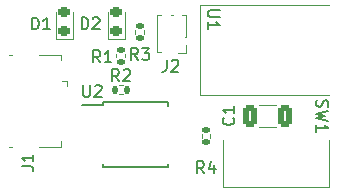
<source format=gto>
G04 #@! TF.GenerationSoftware,KiCad,Pcbnew,7.0.6*
G04 #@! TF.CreationDate,2023-11-30T23:44:17-05:00*
G04 #@! TF.ProjectId,Interruptor,496e7465-7272-4757-9074-6f722e6b6963,1.0*
G04 #@! TF.SameCoordinates,Original*
G04 #@! TF.FileFunction,Legend,Top*
G04 #@! TF.FilePolarity,Positive*
%FSLAX46Y46*%
G04 Gerber Fmt 4.6, Leading zero omitted, Abs format (unit mm)*
G04 Created by KiCad (PCBNEW 7.0.6) date 2023-11-30 23:44:17*
%MOMM*%
%LPD*%
G01*
G04 APERTURE LIST*
G04 Aperture macros list*
%AMRoundRect*
0 Rectangle with rounded corners*
0 $1 Rounding radius*
0 $2 $3 $4 $5 $6 $7 $8 $9 X,Y pos of 4 corners*
0 Add a 4 corners polygon primitive as box body*
4,1,4,$2,$3,$4,$5,$6,$7,$8,$9,$2,$3,0*
0 Add four circle primitives for the rounded corners*
1,1,$1+$1,$2,$3*
1,1,$1+$1,$4,$5*
1,1,$1+$1,$6,$7*
1,1,$1+$1,$8,$9*
0 Add four rect primitives between the rounded corners*
20,1,$1+$1,$2,$3,$4,$5,0*
20,1,$1+$1,$4,$5,$6,$7,0*
20,1,$1+$1,$6,$7,$8,$9,0*
20,1,$1+$1,$8,$9,$2,$3,0*%
G04 Aperture macros list end*
%ADD10C,0.150000*%
%ADD11C,0.120000*%
%ADD12C,0.100000*%
%ADD13R,1.350000X0.400000*%
%ADD14O,1.900000X1.200000*%
%ADD15R,1.900000X1.200000*%
%ADD16C,1.450000*%
%ADD17R,1.900000X1.500000*%
%ADD18C,1.650000*%
%ADD19C,3.200000*%
%ADD20R,0.900000X0.900000*%
%ADD21RoundRect,0.250000X-0.325000X-0.650000X0.325000X-0.650000X0.325000X0.650000X-0.325000X0.650000X0*%
%ADD22RoundRect,0.135000X-0.185000X0.135000X-0.185000X-0.135000X0.185000X-0.135000X0.185000X0.135000X0*%
%ADD23RoundRect,0.218750X0.256250X-0.218750X0.256250X0.218750X-0.256250X0.218750X-0.256250X-0.218750X0*%
%ADD24RoundRect,0.135000X0.185000X-0.135000X0.185000X0.135000X-0.185000X0.135000X-0.185000X-0.135000X0*%
%ADD25R,1.700000X0.650000*%
%ADD26R,0.850000X0.850000*%
%ADD27O,0.850000X0.850000*%
%ADD28RoundRect,0.135000X-0.135000X-0.185000X0.135000X-0.185000X0.135000X0.185000X-0.135000X0.185000X0*%
%ADD29C,1.800000*%
G04 APERTURE END LIST*
D10*
X132779819Y-102470833D02*
X133494104Y-102470833D01*
X133494104Y-102470833D02*
X133636961Y-102518452D01*
X133636961Y-102518452D02*
X133732200Y-102613690D01*
X133732200Y-102613690D02*
X133779819Y-102756547D01*
X133779819Y-102756547D02*
X133779819Y-102851785D01*
X133779819Y-101470833D02*
X133779819Y-102042261D01*
X133779819Y-101756547D02*
X132779819Y-101756547D01*
X132779819Y-101756547D02*
X132922676Y-101851785D01*
X132922676Y-101851785D02*
X133017914Y-101947023D01*
X133017914Y-101947023D02*
X133065533Y-102042261D01*
X149545180Y-89238095D02*
X148735657Y-89238095D01*
X148735657Y-89238095D02*
X148640419Y-89285714D01*
X148640419Y-89285714D02*
X148592800Y-89333333D01*
X148592800Y-89333333D02*
X148545180Y-89428571D01*
X148545180Y-89428571D02*
X148545180Y-89619047D01*
X148545180Y-89619047D02*
X148592800Y-89714285D01*
X148592800Y-89714285D02*
X148640419Y-89761904D01*
X148640419Y-89761904D02*
X148735657Y-89809523D01*
X148735657Y-89809523D02*
X149545180Y-89809523D01*
X148545180Y-90809523D02*
X148545180Y-90238095D01*
X148545180Y-90523809D02*
X149545180Y-90523809D01*
X149545180Y-90523809D02*
X149402323Y-90428571D01*
X149402323Y-90428571D02*
X149307085Y-90333333D01*
X149307085Y-90333333D02*
X149259466Y-90238095D01*
X150709580Y-98346666D02*
X150757200Y-98394285D01*
X150757200Y-98394285D02*
X150804819Y-98537142D01*
X150804819Y-98537142D02*
X150804819Y-98632380D01*
X150804819Y-98632380D02*
X150757200Y-98775237D01*
X150757200Y-98775237D02*
X150661961Y-98870475D01*
X150661961Y-98870475D02*
X150566723Y-98918094D01*
X150566723Y-98918094D02*
X150376247Y-98965713D01*
X150376247Y-98965713D02*
X150233390Y-98965713D01*
X150233390Y-98965713D02*
X150042914Y-98918094D01*
X150042914Y-98918094D02*
X149947676Y-98870475D01*
X149947676Y-98870475D02*
X149852438Y-98775237D01*
X149852438Y-98775237D02*
X149804819Y-98632380D01*
X149804819Y-98632380D02*
X149804819Y-98537142D01*
X149804819Y-98537142D02*
X149852438Y-98394285D01*
X149852438Y-98394285D02*
X149900057Y-98346666D01*
X150804819Y-97394285D02*
X150804819Y-97965713D01*
X150804819Y-97679999D02*
X149804819Y-97679999D01*
X149804819Y-97679999D02*
X149947676Y-97775237D01*
X149947676Y-97775237D02*
X150042914Y-97870475D01*
X150042914Y-97870475D02*
X150090533Y-97965713D01*
X139433333Y-93654819D02*
X139100000Y-93178628D01*
X138861905Y-93654819D02*
X138861905Y-92654819D01*
X138861905Y-92654819D02*
X139242857Y-92654819D01*
X139242857Y-92654819D02*
X139338095Y-92702438D01*
X139338095Y-92702438D02*
X139385714Y-92750057D01*
X139385714Y-92750057D02*
X139433333Y-92845295D01*
X139433333Y-92845295D02*
X139433333Y-92988152D01*
X139433333Y-92988152D02*
X139385714Y-93083390D01*
X139385714Y-93083390D02*
X139338095Y-93131009D01*
X139338095Y-93131009D02*
X139242857Y-93178628D01*
X139242857Y-93178628D02*
X138861905Y-93178628D01*
X140385714Y-93654819D02*
X139814286Y-93654819D01*
X140100000Y-93654819D02*
X140100000Y-92654819D01*
X140100000Y-92654819D02*
X140004762Y-92797676D01*
X140004762Y-92797676D02*
X139909524Y-92892914D01*
X139909524Y-92892914D02*
X139814286Y-92940533D01*
X137861905Y-90854819D02*
X137861905Y-89854819D01*
X137861905Y-89854819D02*
X138100000Y-89854819D01*
X138100000Y-89854819D02*
X138242857Y-89902438D01*
X138242857Y-89902438D02*
X138338095Y-89997676D01*
X138338095Y-89997676D02*
X138385714Y-90092914D01*
X138385714Y-90092914D02*
X138433333Y-90283390D01*
X138433333Y-90283390D02*
X138433333Y-90426247D01*
X138433333Y-90426247D02*
X138385714Y-90616723D01*
X138385714Y-90616723D02*
X138338095Y-90711961D01*
X138338095Y-90711961D02*
X138242857Y-90807200D01*
X138242857Y-90807200D02*
X138100000Y-90854819D01*
X138100000Y-90854819D02*
X137861905Y-90854819D01*
X138814286Y-89950057D02*
X138861905Y-89902438D01*
X138861905Y-89902438D02*
X138957143Y-89854819D01*
X138957143Y-89854819D02*
X139195238Y-89854819D01*
X139195238Y-89854819D02*
X139290476Y-89902438D01*
X139290476Y-89902438D02*
X139338095Y-89950057D01*
X139338095Y-89950057D02*
X139385714Y-90045295D01*
X139385714Y-90045295D02*
X139385714Y-90140533D01*
X139385714Y-90140533D02*
X139338095Y-90283390D01*
X139338095Y-90283390D02*
X138766667Y-90854819D01*
X138766667Y-90854819D02*
X139385714Y-90854819D01*
X133661905Y-90879819D02*
X133661905Y-89879819D01*
X133661905Y-89879819D02*
X133900000Y-89879819D01*
X133900000Y-89879819D02*
X134042857Y-89927438D01*
X134042857Y-89927438D02*
X134138095Y-90022676D01*
X134138095Y-90022676D02*
X134185714Y-90117914D01*
X134185714Y-90117914D02*
X134233333Y-90308390D01*
X134233333Y-90308390D02*
X134233333Y-90451247D01*
X134233333Y-90451247D02*
X134185714Y-90641723D01*
X134185714Y-90641723D02*
X134138095Y-90736961D01*
X134138095Y-90736961D02*
X134042857Y-90832200D01*
X134042857Y-90832200D02*
X133900000Y-90879819D01*
X133900000Y-90879819D02*
X133661905Y-90879819D01*
X135185714Y-90879819D02*
X134614286Y-90879819D01*
X134900000Y-90879819D02*
X134900000Y-89879819D01*
X134900000Y-89879819D02*
X134804762Y-90022676D01*
X134804762Y-90022676D02*
X134709524Y-90117914D01*
X134709524Y-90117914D02*
X134614286Y-90165533D01*
X142633333Y-93454819D02*
X142300000Y-92978628D01*
X142061905Y-93454819D02*
X142061905Y-92454819D01*
X142061905Y-92454819D02*
X142442857Y-92454819D01*
X142442857Y-92454819D02*
X142538095Y-92502438D01*
X142538095Y-92502438D02*
X142585714Y-92550057D01*
X142585714Y-92550057D02*
X142633333Y-92645295D01*
X142633333Y-92645295D02*
X142633333Y-92788152D01*
X142633333Y-92788152D02*
X142585714Y-92883390D01*
X142585714Y-92883390D02*
X142538095Y-92931009D01*
X142538095Y-92931009D02*
X142442857Y-92978628D01*
X142442857Y-92978628D02*
X142061905Y-92978628D01*
X142966667Y-92454819D02*
X143585714Y-92454819D01*
X143585714Y-92454819D02*
X143252381Y-92835771D01*
X143252381Y-92835771D02*
X143395238Y-92835771D01*
X143395238Y-92835771D02*
X143490476Y-92883390D01*
X143490476Y-92883390D02*
X143538095Y-92931009D01*
X143538095Y-92931009D02*
X143585714Y-93026247D01*
X143585714Y-93026247D02*
X143585714Y-93264342D01*
X143585714Y-93264342D02*
X143538095Y-93359580D01*
X143538095Y-93359580D02*
X143490476Y-93407200D01*
X143490476Y-93407200D02*
X143395238Y-93454819D01*
X143395238Y-93454819D02*
X143109524Y-93454819D01*
X143109524Y-93454819D02*
X143014286Y-93407200D01*
X143014286Y-93407200D02*
X142966667Y-93359580D01*
X137988095Y-95574819D02*
X137988095Y-96384342D01*
X137988095Y-96384342D02*
X138035714Y-96479580D01*
X138035714Y-96479580D02*
X138083333Y-96527200D01*
X138083333Y-96527200D02*
X138178571Y-96574819D01*
X138178571Y-96574819D02*
X138369047Y-96574819D01*
X138369047Y-96574819D02*
X138464285Y-96527200D01*
X138464285Y-96527200D02*
X138511904Y-96479580D01*
X138511904Y-96479580D02*
X138559523Y-96384342D01*
X138559523Y-96384342D02*
X138559523Y-95574819D01*
X138988095Y-95670057D02*
X139035714Y-95622438D01*
X139035714Y-95622438D02*
X139130952Y-95574819D01*
X139130952Y-95574819D02*
X139369047Y-95574819D01*
X139369047Y-95574819D02*
X139464285Y-95622438D01*
X139464285Y-95622438D02*
X139511904Y-95670057D01*
X139511904Y-95670057D02*
X139559523Y-95765295D01*
X139559523Y-95765295D02*
X139559523Y-95860533D01*
X139559523Y-95860533D02*
X139511904Y-96003390D01*
X139511904Y-96003390D02*
X138940476Y-96574819D01*
X138940476Y-96574819D02*
X139559523Y-96574819D01*
X145066666Y-93454819D02*
X145066666Y-94169104D01*
X145066666Y-94169104D02*
X145019047Y-94311961D01*
X145019047Y-94311961D02*
X144923809Y-94407200D01*
X144923809Y-94407200D02*
X144780952Y-94454819D01*
X144780952Y-94454819D02*
X144685714Y-94454819D01*
X145495238Y-93550057D02*
X145542857Y-93502438D01*
X145542857Y-93502438D02*
X145638095Y-93454819D01*
X145638095Y-93454819D02*
X145876190Y-93454819D01*
X145876190Y-93454819D02*
X145971428Y-93502438D01*
X145971428Y-93502438D02*
X146019047Y-93550057D01*
X146019047Y-93550057D02*
X146066666Y-93645295D01*
X146066666Y-93645295D02*
X146066666Y-93740533D01*
X146066666Y-93740533D02*
X146019047Y-93883390D01*
X146019047Y-93883390D02*
X145447619Y-94454819D01*
X145447619Y-94454819D02*
X146066666Y-94454819D01*
X148233333Y-103054819D02*
X147900000Y-102578628D01*
X147661905Y-103054819D02*
X147661905Y-102054819D01*
X147661905Y-102054819D02*
X148042857Y-102054819D01*
X148042857Y-102054819D02*
X148138095Y-102102438D01*
X148138095Y-102102438D02*
X148185714Y-102150057D01*
X148185714Y-102150057D02*
X148233333Y-102245295D01*
X148233333Y-102245295D02*
X148233333Y-102388152D01*
X148233333Y-102388152D02*
X148185714Y-102483390D01*
X148185714Y-102483390D02*
X148138095Y-102531009D01*
X148138095Y-102531009D02*
X148042857Y-102578628D01*
X148042857Y-102578628D02*
X147661905Y-102578628D01*
X149090476Y-102388152D02*
X149090476Y-103054819D01*
X148852381Y-102007200D02*
X148614286Y-102721485D01*
X148614286Y-102721485D02*
X149233333Y-102721485D01*
X141033333Y-95254819D02*
X140700000Y-94778628D01*
X140461905Y-95254819D02*
X140461905Y-94254819D01*
X140461905Y-94254819D02*
X140842857Y-94254819D01*
X140842857Y-94254819D02*
X140938095Y-94302438D01*
X140938095Y-94302438D02*
X140985714Y-94350057D01*
X140985714Y-94350057D02*
X141033333Y-94445295D01*
X141033333Y-94445295D02*
X141033333Y-94588152D01*
X141033333Y-94588152D02*
X140985714Y-94683390D01*
X140985714Y-94683390D02*
X140938095Y-94731009D01*
X140938095Y-94731009D02*
X140842857Y-94778628D01*
X140842857Y-94778628D02*
X140461905Y-94778628D01*
X141414286Y-94350057D02*
X141461905Y-94302438D01*
X141461905Y-94302438D02*
X141557143Y-94254819D01*
X141557143Y-94254819D02*
X141795238Y-94254819D01*
X141795238Y-94254819D02*
X141890476Y-94302438D01*
X141890476Y-94302438D02*
X141938095Y-94350057D01*
X141938095Y-94350057D02*
X141985714Y-94445295D01*
X141985714Y-94445295D02*
X141985714Y-94540533D01*
X141985714Y-94540533D02*
X141938095Y-94683390D01*
X141938095Y-94683390D02*
X141366667Y-95254819D01*
X141366667Y-95254819D02*
X141985714Y-95254819D01*
X157792800Y-96866667D02*
X157745180Y-97009524D01*
X157745180Y-97009524D02*
X157745180Y-97247619D01*
X157745180Y-97247619D02*
X157792800Y-97342857D01*
X157792800Y-97342857D02*
X157840419Y-97390476D01*
X157840419Y-97390476D02*
X157935657Y-97438095D01*
X157935657Y-97438095D02*
X158030895Y-97438095D01*
X158030895Y-97438095D02*
X158126133Y-97390476D01*
X158126133Y-97390476D02*
X158173752Y-97342857D01*
X158173752Y-97342857D02*
X158221371Y-97247619D01*
X158221371Y-97247619D02*
X158268990Y-97057143D01*
X158268990Y-97057143D02*
X158316609Y-96961905D01*
X158316609Y-96961905D02*
X158364228Y-96914286D01*
X158364228Y-96914286D02*
X158459466Y-96866667D01*
X158459466Y-96866667D02*
X158554704Y-96866667D01*
X158554704Y-96866667D02*
X158649942Y-96914286D01*
X158649942Y-96914286D02*
X158697561Y-96961905D01*
X158697561Y-96961905D02*
X158745180Y-97057143D01*
X158745180Y-97057143D02*
X158745180Y-97295238D01*
X158745180Y-97295238D02*
X158697561Y-97438095D01*
X158745180Y-97771429D02*
X157745180Y-98009524D01*
X157745180Y-98009524D02*
X158459466Y-98200000D01*
X158459466Y-98200000D02*
X157745180Y-98390476D01*
X157745180Y-98390476D02*
X158745180Y-98628572D01*
X157745180Y-99533333D02*
X157745180Y-98961905D01*
X157745180Y-99247619D02*
X158745180Y-99247619D01*
X158745180Y-99247619D02*
X158602323Y-99152381D01*
X158602323Y-99152381D02*
X158507085Y-99057143D01*
X158507085Y-99057143D02*
X158459466Y-98961905D01*
D11*
X136100000Y-93000000D02*
X136100000Y-93450000D01*
X134250000Y-93000000D02*
X136100000Y-93000000D01*
X131700000Y-93000000D02*
X131950000Y-93000000D01*
X136650000Y-95200000D02*
X136200000Y-95200000D01*
X136650000Y-95200000D02*
X136650000Y-95650000D01*
X136100000Y-100800000D02*
X136100000Y-100350000D01*
X134250000Y-100800000D02*
X136100000Y-100800000D01*
X131700000Y-100800000D02*
X131950000Y-100800000D01*
D12*
X158854500Y-88790000D02*
X149202500Y-88790000D01*
X149202500Y-88790000D02*
X148694500Y-88790000D01*
X148694500Y-88790000D02*
X147932500Y-88790000D01*
X147932500Y-88790000D02*
X147932500Y-96410000D01*
X158854500Y-96410000D02*
X148694500Y-96410000D01*
X147932500Y-96410000D02*
X148694500Y-96410000D01*
D11*
X152888748Y-97290000D02*
X154311252Y-97290000D01*
X152888748Y-99110000D02*
X154311252Y-99110000D01*
X141580000Y-92936359D02*
X141580000Y-93243641D01*
X140820000Y-92936359D02*
X140820000Y-93243641D01*
X140065000Y-91672500D02*
X141535000Y-91672500D01*
X141535000Y-91672500D02*
X141535000Y-89387500D01*
X140065000Y-89387500D02*
X140065000Y-91672500D01*
X135665000Y-91697500D02*
X137135000Y-91697500D01*
X137135000Y-91697500D02*
X137135000Y-89412500D01*
X135665000Y-89412500D02*
X135665000Y-91697500D01*
X142420000Y-91243641D02*
X142420000Y-90936359D01*
X143180000Y-91243641D02*
X143180000Y-90936359D01*
D10*
X139650000Y-97045000D02*
X139650000Y-97250000D01*
X139650000Y-97045000D02*
X145150000Y-97045000D01*
X139650000Y-97250000D02*
X137900000Y-97250000D01*
X139650000Y-102555000D02*
X139650000Y-102255000D01*
X139650000Y-102555000D02*
X145150000Y-102555000D01*
X145150000Y-97045000D02*
X145150000Y-97345000D01*
X145150000Y-102555000D02*
X145150000Y-102255000D01*
D11*
X146710000Y-92885000D02*
X146000000Y-92885000D01*
X146710000Y-92200000D02*
X146710000Y-92885000D01*
X146710000Y-91515000D02*
X146710000Y-89640000D01*
X146710000Y-91515000D02*
X146608276Y-91515000D01*
X146710000Y-89640000D02*
X146394493Y-89640000D01*
X145605507Y-89640000D02*
X145394493Y-89640000D01*
X144605507Y-92760000D02*
X144290000Y-92760000D01*
X144605507Y-89640000D02*
X144290000Y-89640000D01*
X144290000Y-92760000D02*
X144290000Y-89640000D01*
X148780000Y-99736359D02*
X148780000Y-100043641D01*
X148020000Y-99736359D02*
X148020000Y-100043641D01*
X141046359Y-95620000D02*
X141353641Y-95620000D01*
X141046359Y-96380000D02*
X141353641Y-96380000D01*
D12*
X158800000Y-104200000D02*
X158800000Y-100200000D01*
X157800000Y-104200000D02*
X158800000Y-104200000D01*
X157800000Y-104200000D02*
X150800000Y-104200000D01*
X150800000Y-104200000D02*
X149800000Y-104200000D01*
X149800000Y-104200000D02*
X149800000Y-100200000D01*
%LPC*%
D13*
X135800000Y-95600000D03*
X135800000Y-96250000D03*
X135800000Y-96900000D03*
X135800000Y-97550000D03*
X135800000Y-98200000D03*
D14*
X133100000Y-93400000D03*
D15*
X133100000Y-94000000D03*
D16*
X135800000Y-94400000D03*
D17*
X133100000Y-95900000D03*
X133100000Y-97900000D03*
D16*
X135800000Y-99400000D03*
D15*
X133100000Y-99800000D03*
D14*
X133100000Y-100400000D03*
D18*
X158092500Y-90060000D03*
D19*
X150472500Y-92600000D03*
D18*
X158092500Y-95140000D03*
D20*
X155552500Y-91330000D03*
X155552500Y-93870000D03*
D21*
X152125000Y-98200000D03*
X155075000Y-98200000D03*
D22*
X141200000Y-92580000D03*
X141200000Y-93600000D03*
D23*
X140800000Y-90975000D03*
X140800000Y-89400000D03*
X136400000Y-91000000D03*
X136400000Y-89425000D03*
D24*
X142800000Y-91600000D03*
X142800000Y-90580000D03*
D25*
X138750000Y-97895000D03*
X138750000Y-99165000D03*
X138750000Y-100435000D03*
X138750000Y-101705000D03*
X146050000Y-101705000D03*
X146050000Y-100435000D03*
X146050000Y-99165000D03*
X146050000Y-97895000D03*
D26*
X146000000Y-92200000D03*
D27*
X145000000Y-92200000D03*
X146000000Y-91200000D03*
X145000000Y-91200000D03*
X146000000Y-90200000D03*
X145000000Y-90200000D03*
D22*
X148400000Y-99380000D03*
X148400000Y-100400000D03*
D28*
X140690000Y-96000000D03*
X141710000Y-96000000D03*
D29*
X156800000Y-101700000D03*
X154300000Y-101700000D03*
X151800000Y-101700000D03*
%LPD*%
M02*

</source>
